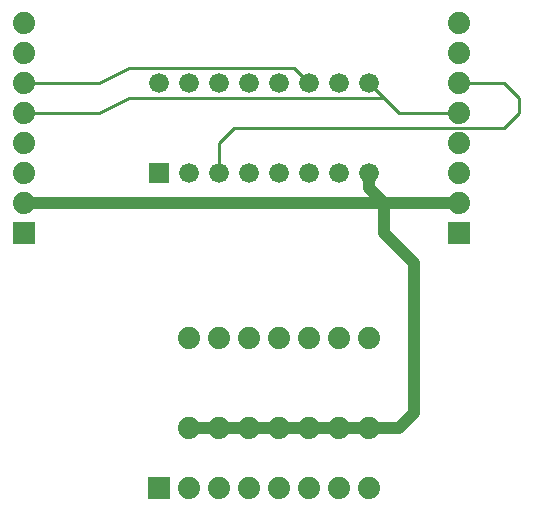
<source format=gbl>
G75*
G70*
%OFA0B0*%
%FSLAX24Y24*%
%IPPOS*%
%LPD*%
%AMOC8*
5,1,8,0,0,1.08239X$1,22.5*
%
%ADD10R,0.0660X0.0660*%
%ADD11C,0.0660*%
%ADD12C,0.0740*%
%ADD13R,0.0740X0.0740*%
%ADD14C,0.0400*%
%ADD15C,0.0100*%
D10*
X009601Y013101D03*
D11*
X010601Y013101D03*
X011601Y013101D03*
X012601Y013101D03*
X013601Y013101D03*
X014601Y013101D03*
X015601Y013101D03*
X016601Y013101D03*
X016601Y016101D03*
X015601Y016101D03*
X014601Y016101D03*
X013601Y016101D03*
X012601Y016101D03*
X011601Y016101D03*
X010601Y016101D03*
X009601Y016101D03*
D12*
X005101Y016101D03*
X005101Y015101D03*
X005101Y014101D03*
X005101Y013101D03*
X005101Y012101D03*
X010601Y007601D03*
X011601Y007601D03*
X012601Y007601D03*
X013601Y007601D03*
X014601Y007601D03*
X015601Y007601D03*
X016601Y007601D03*
X016601Y004601D03*
X015601Y004601D03*
X014601Y004601D03*
X013601Y004601D03*
X012601Y004601D03*
X011601Y004601D03*
X010601Y004601D03*
X010601Y002601D03*
X011601Y002601D03*
X012601Y002601D03*
X013601Y002601D03*
X014601Y002601D03*
X015601Y002601D03*
X016601Y002601D03*
X019601Y012101D03*
X019601Y013101D03*
X019601Y014101D03*
X019601Y015101D03*
X019601Y016101D03*
X019601Y017101D03*
X019601Y018101D03*
X005101Y018101D03*
X005101Y017101D03*
D13*
X009601Y002601D03*
X005101Y011101D03*
X019601Y011101D03*
D14*
X019601Y012101D02*
X017101Y012101D01*
X017101Y011101D01*
X018101Y010101D01*
X018101Y005101D01*
X017601Y004601D01*
X016601Y004601D01*
X015601Y004601D01*
X014601Y004601D01*
X013601Y004601D01*
X012601Y004601D01*
X011601Y004601D01*
X010601Y004601D01*
X005101Y012101D02*
X017101Y012101D01*
X016601Y012601D01*
X016601Y013101D01*
D15*
X017601Y015101D02*
X019601Y015101D01*
X019601Y016101D02*
X021101Y016101D01*
X021601Y015601D01*
X021601Y015101D01*
X021101Y014601D01*
X012101Y014601D01*
X011601Y014101D01*
X011601Y013101D01*
X008601Y015601D02*
X007601Y015101D01*
X005101Y015101D01*
X005101Y016101D02*
X007601Y016101D01*
X008601Y016601D01*
X014101Y016601D01*
X014601Y016101D01*
X016601Y016101D02*
X017101Y015601D01*
X008601Y015601D01*
X017101Y015601D02*
X017601Y015101D01*
M02*

</source>
